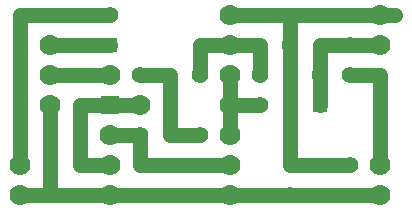
<source format=gbl>
G75*
%MOIN*%
%OFA0B0*%
%FSLAX25Y25*%
%IPPOS*%
%LPD*%
%AMOC8*
5,1,8,0,0,1.08239X$1,22.5*
%
%ADD10C,0.07000*%
%ADD11C,0.05543*%
%ADD12R,0.04756X0.04756*%
%ADD13R,0.06300X0.06300*%
%ADD14R,0.05150X0.05150*%
%ADD15C,0.05000*%
D10*
X0047595Y0026000D03*
X0047595Y0036000D03*
X0057595Y0056000D03*
X0057595Y0066000D03*
X0057595Y0076000D03*
X0077595Y0066000D03*
X0087595Y0056000D03*
X0077595Y0046000D03*
X0077595Y0036000D03*
X0077595Y0026000D03*
X0117595Y0026000D03*
X0117595Y0036000D03*
X0117595Y0046000D03*
X0117595Y0056000D03*
X0117595Y0066000D03*
X0117595Y0076000D03*
X0117595Y0086000D03*
X0167595Y0086000D03*
X0167595Y0076000D03*
X0167595Y0036000D03*
X0167595Y0026000D03*
D11*
X0157595Y0036000D03*
X0137595Y0026000D03*
X0107595Y0046000D03*
X0087595Y0046000D03*
X0087595Y0066000D03*
X0107595Y0066000D03*
X0127595Y0066000D03*
X0137595Y0076000D03*
X0147595Y0066000D03*
X0157595Y0066000D03*
X0157595Y0076000D03*
X0127595Y0056000D03*
X0077595Y0086000D03*
D12*
X0077595Y0076000D03*
X0137595Y0046000D03*
D13*
X0077595Y0056000D03*
D14*
X0147595Y0056000D03*
D15*
X0147595Y0066000D01*
X0147595Y0076000D01*
X0157595Y0076000D01*
X0167595Y0076000D01*
X0162595Y0076000D02*
X0157595Y0076000D01*
X0157595Y0066000D02*
X0167595Y0066000D01*
X0167595Y0036000D01*
X0157595Y0036000D02*
X0137595Y0036000D01*
X0137595Y0046000D01*
X0137595Y0076000D01*
X0137595Y0086000D01*
X0167595Y0086000D01*
X0172595Y0086000D01*
X0137595Y0086000D02*
X0117595Y0086000D01*
X0117595Y0076000D02*
X0107595Y0076000D01*
X0107595Y0066000D01*
X0097595Y0066000D02*
X0087595Y0066000D01*
X0077595Y0066000D02*
X0057595Y0066000D01*
X0057595Y0076000D02*
X0077595Y0076000D01*
X0077595Y0086000D02*
X0047595Y0086000D01*
X0047595Y0036000D01*
X0047595Y0026000D02*
X0077595Y0026000D01*
X0117595Y0026000D01*
X0137595Y0026000D01*
X0167595Y0026000D01*
X0127595Y0056000D02*
X0117595Y0056000D01*
X0117595Y0046000D01*
X0107595Y0046000D02*
X0097595Y0046000D01*
X0097595Y0066000D01*
X0087595Y0056000D02*
X0077595Y0056000D01*
X0067595Y0056000D01*
X0067595Y0036000D01*
X0077595Y0036000D01*
X0087595Y0036000D02*
X0087595Y0046000D01*
X0077595Y0046000D01*
X0087595Y0036000D02*
X0117595Y0036000D01*
X0117595Y0056000D02*
X0117595Y0066000D01*
X0127595Y0066000D02*
X0127595Y0076000D01*
X0117595Y0076000D01*
X0057595Y0056000D02*
X0057595Y0026000D01*
X0047595Y0026000D01*
M02*

</source>
